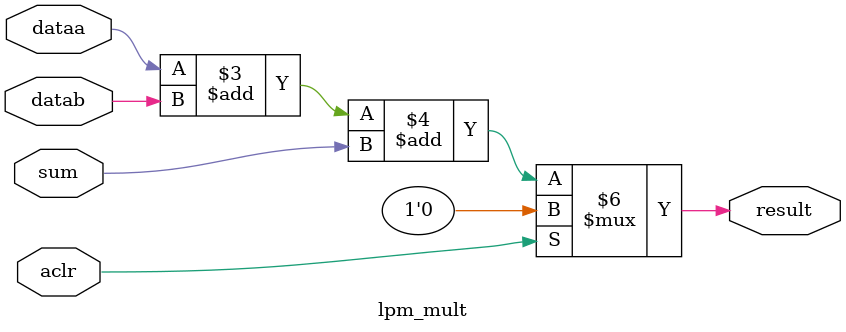
<source format=v>
`timescale 1ns / 1ps

module lpm_mult (
    result, 
    dataa, 
    datab, 
    sum, 
    //clock, 
    //clken, 
    aclr
);
    parameter lpm_type = "lpm_mult";
    parameter lpm_widtha = 1;
    parameter lpm_widthb = 1;
    parameter lpm_widths = 1;
    parameter lpm_widthp = 1;
    parameter lpm_representation  = "UNSIGNED";
    parameter lpm_pipeline  = 0;
    parameter lpm_hint = "UNUSED";
    output reg [lpm_widthp-1:0] result;

   // input clock;
    //input clken;
    input aclr;
    input [lpm_widtha-1:0] dataa;
    input [lpm_widthb-1:0] datab;
    input [lpm_widths-1:0] sum;
    //output[lpm_widthp-1:0] result;

    always @(*) begin
        begin
            if(aclr!=0)
                result <= 0;
            else
                result <= dataa + datab + sum;
        end
    end
endmodule

</source>
